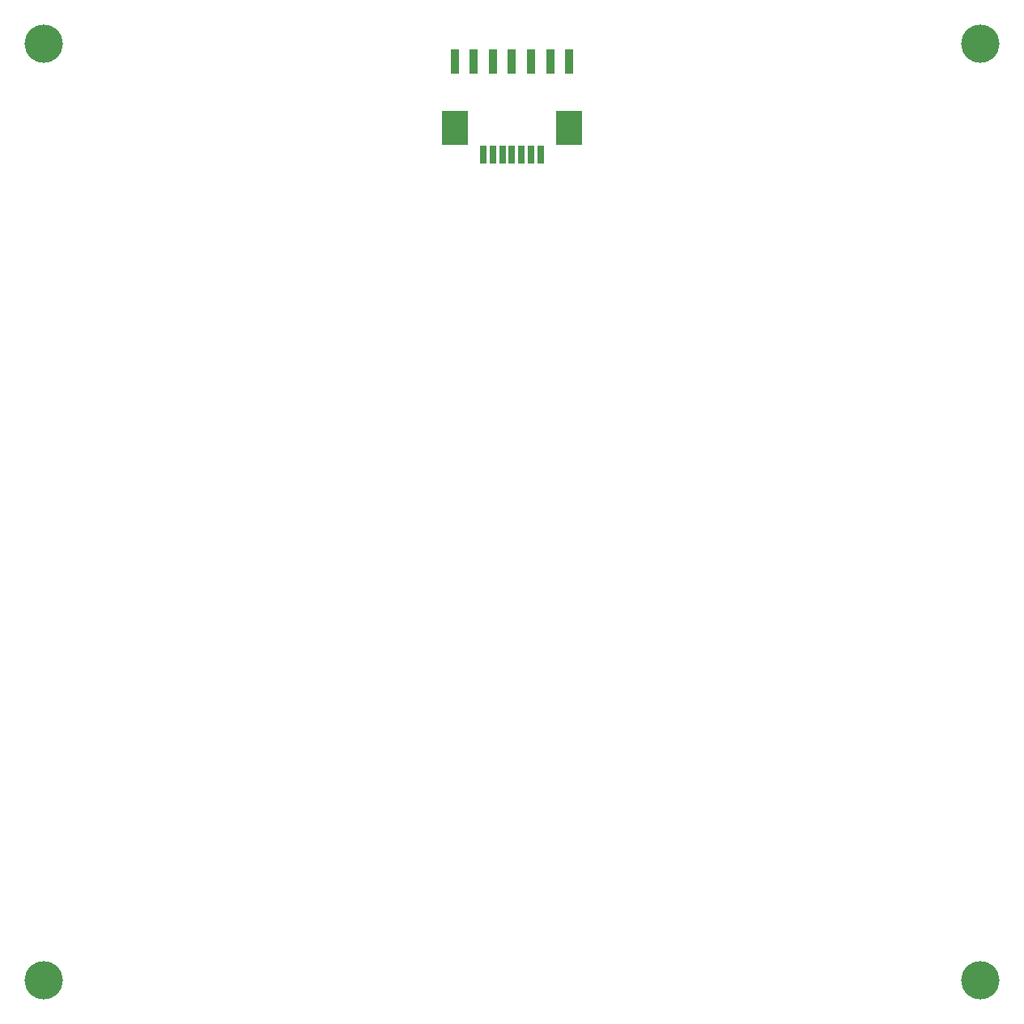
<source format=gbr>
G04 GENERATED BY PULSONIX 7.0 GERBER.DLL 4573*
%INHILLSTAR_80X80_EL_V1_0*%
%LNGERBER_SOLDERMASK_BOTTOM*%
%FSLAX33Y33*%
%IPPOS*%
%LPD*%
%OFA0B0*%
%MOMM*%
%ADD430R,0.651X1.951*%
%ADD435R,2.751X3.651*%
%ADD2890C,4.000*%
%ADD5681R,0.951X2.551*%
X0Y0D02*
D02*
D430*
X127878Y165277D03*
X128878D03*
X129878D03*
X130878D03*
X131878D03*
X132878D03*
X133878D03*
D02*
D435*
X124878Y168077D03*
X136878D03*
D02*
D2890*
X81878Y78862D03*
Y176862D03*
X179878Y78862D03*
Y176862D03*
D02*
D5681*
X124878Y174962D03*
X126878D03*
X128878D03*
X130878D03*
X132878D03*
X134878D03*
X136878D03*
X0Y0D02*
M02*

</source>
